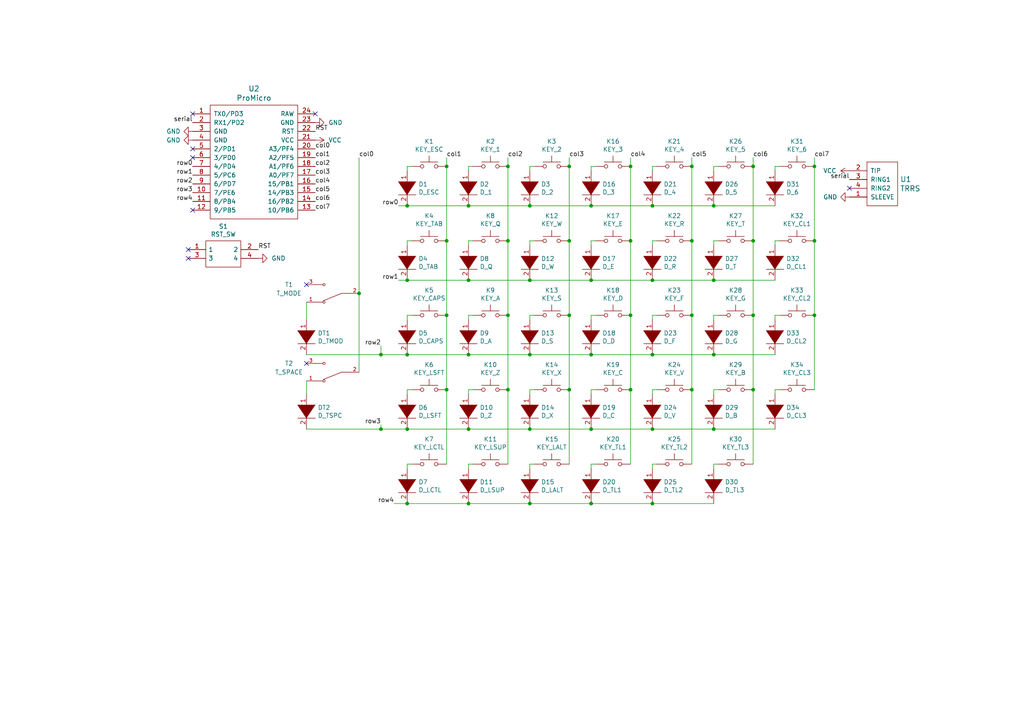
<source format=kicad_sch>
(kicad_sch (version 20211123) (generator eeschema)
  (paper "A4")
  (lib_symbols
    (symbol "Switch:SW_Push" (pin_numbers hide) (pin_names (offset 1.016) hide)
      (property "Reference" "SW" (at 1.27 2.54 0))
      (property "Value" "SW_Push" (at 0 -1.524 0))
      (symbol "SW_Push_0_1"
        (circle (center -2.032 0) (radius 0.508))
        (polyline (pts (xy 0 1.27) (xy 0 3.048)))
        (polyline (pts (xy 2.54 1.27) (xy -2.54 1.27)))
        (circle (center 2.032 0) (radius 0.508))
        (pin passive line (at -5.08 0 0) (length 2.54) (name "1") (number "1"))
        (pin passive line (at 5.08 0 180) (length 2.54) (name "2") (number "2"))
      )
    )
    (symbol "keebio:ProMicro" (pin_names (offset 1.016))
      (property "Reference" "U" (at 0 0 0))
      (property "Value" "ProMicro" (at 0 -19.05 0))
      (symbol "ProMicro_0_1"
        (rectangle (start -12.7 -16.51) (end 12.7 16.51))
      )
      (symbol "ProMicro_1_1"
        (pin input line (at -17.78 13.97 0) (length 5.08) (name "TX0/PD3") (number "1"))
        (pin input line (at -17.78 -8.89 0) (length 5.08) (name "7/PE6") (number "10"))
        (pin input line (at -17.78 -11.43 0) (length 5.08) (name "8/PB4") (number "11"))
        (pin input line (at -17.78 -13.97 0) (length 5.08) (name "9/PB5") (number "12"))
        (pin input line (at 17.78 -13.97 180) (length 5.08) (name "10/PB6") (number "13"))
        (pin input line (at 17.78 -11.43 180) (length 5.08) (name "16/PB2") (number "14"))
        (pin input line (at 17.78 -8.89 180) (length 5.08) (name "14/PB3") (number "15"))
        (pin input line (at 17.78 -6.35 180) (length 5.08) (name "15/PB1") (number "16"))
        (pin input line (at 17.78 -3.81 180) (length 5.08) (name "A0/PF7") (number "17"))
        (pin input line (at 17.78 -1.27 180) (length 5.08) (name "A1/PF6") (number "18"))
        (pin input line (at 17.78 1.27 180) (length 5.08) (name "A2/PF5") (number "19"))
        (pin input line (at -17.78 11.43 0) (length 5.08) (name "RX1/PD2") (number "2"))
        (pin input line (at 17.78 3.81 180) (length 5.08) (name "A3/PF4") (number "20"))
        (pin input line (at 17.78 6.35 180) (length 5.08) (name "VCC") (number "21"))
        (pin input line (at 17.78 8.89 180) (length 5.08) (name "RST") (number "22"))
        (pin input line (at 17.78 11.43 180) (length 5.08) (name "GND") (number "23"))
        (pin input line (at 17.78 13.97 180) (length 5.08) (name "RAW") (number "24"))
        (pin input line (at -17.78 8.89 0) (length 5.08) (name "GND") (number "3"))
        (pin input line (at -17.78 6.35 0) (length 5.08) (name "GND") (number "4"))
        (pin input line (at -17.78 3.81 0) (length 5.08) (name "2/PD1") (number "5"))
        (pin input line (at -17.78 1.27 0) (length 5.08) (name "3/PD0") (number "6"))
        (pin input line (at -17.78 -1.27 0) (length 5.08) (name "4/PD4") (number "7"))
        (pin input line (at -17.78 -3.81 0) (length 5.08) (name "5/PC6") (number "8"))
        (pin input line (at -17.78 -6.35 0) (length 5.08) (name "6/PD7") (number "9"))
      )
    )
    (symbol "keebio:TRRS" (pin_names (offset 1.016))
      (property "Reference" "U" (at 0 15.24 0))
      (property "Value" "TRRS" (at 0 -2.54 0))
      (symbol "TRRS_0_1"
        (rectangle (start -3.81 0) (end -3.81 12.7))
        (rectangle (start -3.81 12.7) (end 5.08 12.7))
        (rectangle (start 5.08 0) (end -3.81 0))
        (rectangle (start 5.08 12.7) (end 5.08 0))
      )
      (symbol "TRRS_1_1"
        (pin input line (at -8.89 2.54 0) (length 5.08) (name "SLEEVE") (number "1"))
        (pin input line (at -8.89 10.16 0) (length 5.08) (name "TIP") (number "2"))
        (pin input line (at -8.89 7.62 0) (length 5.08) (name "RING1") (number "3"))
        (pin input line (at -8.89 5.08 0) (length 5.08) (name "RING2") (number "4"))
      )
    )
    (symbol "mouser:LL3301NF065QG" (pin_names (offset 0.762))
      (property "Reference" "S" (at 16.51 7.62 0))
      (property "Value" "LL3301NF065QG" (at 16.51 5.08 0))
      (symbol "LL3301NF065QG_0_0"
        (pin unspecified line (at 0 0 0) (length 5.08) (name "1") (number "1"))
        (pin unspecified line (at 20.32 0 180) (length 5.08) (name "2") (number "2"))
        (pin unspecified line (at 0 -2.54 0) (length 5.08) (name "3") (number "3"))
        (pin unspecified line (at 20.32 -2.54 180) (length 5.08) (name "4") (number "4"))
      )
      (symbol "LL3301NF065QG_0_1"
        (polyline (pts (xy 5.08 2.54) (xy 15.24 2.54) (xy 15.24 -5.08) (xy 5.08 -5.08) (xy 5.08 2.54)) (stroke (width 0.1524)))
      )
    )
    (symbol "power:GND" (power) (pin_names (offset 0))
      (property "Value" "GND" (at 0 -3.81 0))
      (symbol "GND_0_1"
        (polyline (pts (xy 0 0) (xy 0 -1.27) (xy 1.27 -1.27) (xy 0 -2.54) (xy -1.27 -1.27) (xy 0 -1.27)))
      )
      (symbol "GND_1_1"
        (pin power_in line (at 0 0 270) (length 0) hide (name "GND") (number "1"))
      )
    )
    (symbol "power:VCC" (power) (pin_names (offset 0))
      (property "Value" "VCC" (at 0 3.81 0))
      (symbol "VCC_0_1"
        (polyline (pts (xy -0.762 1.27) (xy 0 2.54)))
        (polyline (pts (xy 0 0) (xy 0 2.54)))
        (polyline (pts (xy 0 2.54) (xy 0.762 1.27)))
      )
      (symbol "VCC_1_1"
        (pin power_in line (at 0 0 90) (length 0) hide (name "VCC") (number "1"))
      )
    )
    (symbol "pspice:DIODE" (pin_names (offset 1.016) hide)
      (property "Reference" "D" (at 0 3.81 0))
      (property "Value" "DIODE" (at 0 -4.445 0))
      (symbol "DIODE_0_1"
        (polyline (pts (xy 1.905 2.54) (xy 1.905 -2.54)))
        (polyline (pts (xy -1.905 2.54) (xy -1.905 -2.54) (xy 1.905 0)) (fill (type outline)))
      )
      (symbol "DIODE_1_1"
        (pin input line (at -5.08 0 0) (length 3.81) (name "K") (number "1"))
        (pin input line (at 5.08 0 180) (length 3.81) (name "A") (number "2"))
      )
    )
    (symbol "toggle:100SP1T2B4M6QE" (pin_names (offset 1.016))
      (property "Reference" "S" (at -5.08 6.35 0))
      (property "Value" "100SP1T2B4M6QE" (at -5.08 -6.096 0))
      (symbol "100SP1T2B4M6QE_0_0"
        (polyline (pts (xy -2.54 0) (xy -5.08 0)) (stroke (width 0.1524)))
        (polyline (pts (xy -2.54 0) (xy 2.794 2.1336)) (stroke (width 0.1524)))
        (polyline (pts (xy 5.08 -2.54) (xy 2.921 -2.54)) (stroke (width 0.1524)))
        (polyline (pts (xy 5.08 2.54) (xy 2.921 2.54)) (stroke (width 0.1524)))
        (circle (center 2.54 -2.54) (radius 0.3302) (stroke (width 0.1524)))
        (circle (center 2.54 2.54) (radius 0.3302) (stroke (width 0.1524)))
        (pin passive line (at 7.62 2.54 180) (length 2.54) (name "~") (number "1"))
        (pin passive line (at -7.62 0 0) (length 2.54) (name "~") (number "2"))
        (pin passive line (at 7.62 -2.54 180) (length 2.54) (name "~") (number "3"))
      )
    )
  )
  (junction (at 182.88 48.26))
  (junction (at 207.01 124.46))
  (junction (at 189.23 81.28))
  (junction (at 129.54 69.85))
  (junction (at 147.32 48.26))
  (junction (at 182.88 113.03))
  (junction (at 200.66 113.03))
  (junction (at 218.44 69.85))
  (junction (at 236.22 91.44))
  (junction (at 118.11 102.87))
  (junction (at 236.22 69.85))
  (junction (at 153.67 146.05))
  (junction (at 171.45 59.69))
  (junction (at 129.54 113.03))
  (junction (at 200.66 69.85))
  (junction (at 207.01 81.28))
  (junction (at 171.45 124.46))
  (junction (at 147.32 91.44))
  (junction (at 153.67 81.28))
  (junction (at 182.88 69.85))
  (junction (at 165.1 91.44))
  (junction (at 200.66 48.26))
  (junction (at 135.89 146.05))
  (junction (at 135.89 124.46))
  (junction (at 110.49 102.87))
  (junction (at 135.89 81.28))
  (junction (at 189.23 146.05))
  (junction (at 147.32 69.85))
  (junction (at 207.01 102.87))
  (junction (at 153.67 124.46))
  (junction (at 147.32 113.03))
  (junction (at 165.1 48.26))
  (junction (at 118.11 124.46))
  (junction (at 165.1 69.85))
  (junction (at 189.23 59.69))
  (junction (at 118.11 59.69))
  (junction (at 104.14 85.09))
  (junction (at 189.23 124.46))
  (junction (at 135.89 59.69))
  (junction (at 171.45 146.05))
  (junction (at 200.66 91.44))
  (junction (at 182.88 91.44))
  (junction (at 218.44 48.26))
  (junction (at 129.54 48.26))
  (junction (at 129.54 91.44))
  (junction (at 135.89 102.87))
  (junction (at 153.67 102.87))
  (junction (at 218.44 91.44))
  (junction (at 171.45 81.28))
  (junction (at 110.49 124.46))
  (junction (at 153.67 59.69))
  (junction (at 236.22 48.26))
  (junction (at 118.11 146.05))
  (junction (at 189.23 102.87))
  (junction (at 165.1 113.03))
  (junction (at 207.01 59.69))
  (junction (at 118.11 81.28))
  (junction (at 218.44 113.03))
  (junction (at 171.45 102.87))
  (no_connect (at 55.88 60.96))
  (no_connect (at 55.88 45.72))
  (no_connect (at 55.88 43.18))
  (no_connect (at 54.61 72.39))
  (no_connect (at 246.38 54.61))
  (no_connect (at 88.9 82.55))
  (no_connect (at 54.61 74.93))
  (no_connect (at 91.44 33.02))
  (no_connect (at 55.88 33.02))
  (no_connect (at 88.9 105.41))
  (wire (pts (xy 207.01 69.85) (xy 207.01 71.12)))
  (wire (pts (xy 208.28 91.44) (xy 207.01 91.44)))
  (wire (pts (xy 118.11 59.69) (xy 115.57 59.69)))
  (wire (pts (xy 154.94 91.44) (xy 153.67 91.44)))
  (wire (pts (xy 182.88 113.03) (xy 182.88 134.62)))
  (wire (pts (xy 110.49 102.87) (xy 118.11 102.87)))
  (wire (pts (xy 182.88 91.44) (xy 182.88 113.03)))
  (wire (pts (xy 153.67 91.44) (xy 153.67 92.71)))
  (wire (pts (xy 129.54 69.85) (xy 129.54 91.44)))
  (wire (pts (xy 137.16 134.62) (xy 135.89 134.62)))
  (wire (pts (xy 88.9 124.46) (xy 110.49 124.46)))
  (wire (pts (xy 137.16 91.44) (xy 135.89 91.44)))
  (wire (pts (xy 129.54 113.03) (xy 129.54 134.62)))
  (wire (pts (xy 147.32 48.26) (xy 147.32 45.72)))
  (wire (pts (xy 118.11 81.28) (xy 115.57 81.28)))
  (wire (pts (xy 236.22 48.26) (xy 236.22 45.72)))
  (wire (pts (xy 226.06 91.44) (xy 224.79 91.44)))
  (wire (pts (xy 135.89 113.03) (xy 135.89 114.3)))
  (wire (pts (xy 189.23 91.44) (xy 189.23 92.71)))
  (wire (pts (xy 208.28 113.03) (xy 207.01 113.03)))
  (wire (pts (xy 154.94 69.85) (xy 153.67 69.85)))
  (wire (pts (xy 171.45 81.28) (xy 189.23 81.28)))
  (wire (pts (xy 153.67 146.05) (xy 171.45 146.05)))
  (wire (pts (xy 135.89 134.62) (xy 135.89 135.89)))
  (wire (pts (xy 200.66 48.26) (xy 200.66 69.85)))
  (wire (pts (xy 171.45 69.85) (xy 171.45 71.12)))
  (wire (pts (xy 200.66 69.85) (xy 200.66 91.44)))
  (wire (pts (xy 218.44 91.44) (xy 218.44 113.03)))
  (wire (pts (xy 137.16 48.26) (xy 135.89 48.26)))
  (wire (pts (xy 110.49 124.46) (xy 118.11 124.46)))
  (wire (pts (xy 182.88 48.26) (xy 182.88 45.72)))
  (wire (pts (xy 189.23 69.85) (xy 189.23 71.12)))
  (wire (pts (xy 135.89 91.44) (xy 135.89 92.71)))
  (wire (pts (xy 137.16 113.03) (xy 135.89 113.03)))
  (wire (pts (xy 207.01 146.05) (xy 189.23 146.05)))
  (wire (pts (xy 153.67 59.69) (xy 135.89 59.69)))
  (wire (pts (xy 118.11 134.62) (xy 118.11 135.89)))
  (wire (pts (xy 189.23 113.03) (xy 189.23 114.3)))
  (wire (pts (xy 207.01 91.44) (xy 207.01 92.71)))
  (wire (pts (xy 114.3 146.05) (xy 118.11 146.05)))
  (wire (pts (xy 200.66 113.03) (xy 200.66 134.62)))
  (wire (pts (xy 153.67 102.87) (xy 135.89 102.87)))
  (wire (pts (xy 207.01 102.87) (xy 189.23 102.87)))
  (wire (pts (xy 172.72 69.85) (xy 171.45 69.85)))
  (wire (pts (xy 110.49 123.19) (xy 110.49 124.46)))
  (wire (pts (xy 207.01 81.28) (xy 189.23 81.28)))
  (wire (pts (xy 224.79 91.44) (xy 224.79 92.71)))
  (wire (pts (xy 135.89 48.26) (xy 135.89 49.53)))
  (wire (pts (xy 218.44 113.03) (xy 218.44 134.62)))
  (wire (pts (xy 153.67 134.62) (xy 153.67 135.89)))
  (wire (pts (xy 165.1 48.26) (xy 165.1 45.72)))
  (wire (pts (xy 153.67 81.28) (xy 135.89 81.28)))
  (wire (pts (xy 129.54 48.26) (xy 129.54 45.72)))
  (wire (pts (xy 236.22 91.44) (xy 236.22 113.03)))
  (wire (pts (xy 226.06 113.03) (xy 224.79 113.03)))
  (wire (pts (xy 207.01 113.03) (xy 207.01 114.3)))
  (wire (pts (xy 190.5 134.62) (xy 189.23 134.62)))
  (wire (pts (xy 154.94 134.62) (xy 153.67 134.62)))
  (wire (pts (xy 110.49 100.33) (xy 110.49 102.87)))
  (wire (pts (xy 135.89 69.85) (xy 135.89 71.12)))
  (wire (pts (xy 207.01 124.46) (xy 189.23 124.46)))
  (wire (pts (xy 88.9 87.63) (xy 88.9 92.71)))
  (wire (pts (xy 165.1 69.85) (xy 165.1 91.44)))
  (wire (pts (xy 137.16 69.85) (xy 135.89 69.85)))
  (wire (pts (xy 172.72 134.62) (xy 171.45 134.62)))
  (wire (pts (xy 129.54 91.44) (xy 129.54 113.03)))
  (wire (pts (xy 118.11 48.26) (xy 118.11 49.53)))
  (wire (pts (xy 208.28 134.62) (xy 207.01 134.62)))
  (wire (pts (xy 171.45 113.03) (xy 171.45 114.3)))
  (wire (pts (xy 118.11 81.28) (xy 135.89 81.28)))
  (wire (pts (xy 189.23 48.26) (xy 189.23 49.53)))
  (wire (pts (xy 224.79 48.26) (xy 224.79 49.53)))
  (wire (pts (xy 207.01 102.87) (xy 224.79 102.87)))
  (wire (pts (xy 154.94 113.03) (xy 153.67 113.03)))
  (wire (pts (xy 172.72 91.44) (xy 171.45 91.44)))
  (wire (pts (xy 224.79 69.85) (xy 224.79 71.12)))
  (wire (pts (xy 226.06 48.26) (xy 224.79 48.26)))
  (wire (pts (xy 165.1 91.44) (xy 165.1 113.03)))
  (wire (pts (xy 171.45 146.05) (xy 189.23 146.05)))
  (wire (pts (xy 236.22 69.85) (xy 236.22 91.44)))
  (wire (pts (xy 88.9 110.49) (xy 88.9 114.3)))
  (wire (pts (xy 218.44 69.85) (xy 218.44 91.44)))
  (wire (pts (xy 153.67 113.03) (xy 153.67 114.3)))
  (wire (pts (xy 153.67 69.85) (xy 153.67 71.12)))
  (wire (pts (xy 207.01 124.46) (xy 224.79 124.46)))
  (wire (pts (xy 200.66 48.26) (xy 200.66 45.72)))
  (wire (pts (xy 171.45 134.62) (xy 171.45 135.89)))
  (wire (pts (xy 153.67 146.05) (xy 135.89 146.05)))
  (wire (pts (xy 147.32 113.03) (xy 147.32 134.62)))
  (wire (pts (xy 182.88 48.26) (xy 182.88 69.85)))
  (wire (pts (xy 119.38 134.62) (xy 118.11 134.62)))
  (wire (pts (xy 236.22 48.26) (xy 236.22 69.85)))
  (wire (pts (xy 190.5 113.03) (xy 189.23 113.03)))
  (wire (pts (xy 118.11 124.46) (xy 135.89 124.46)))
  (wire (pts (xy 119.38 91.44) (xy 118.11 91.44)))
  (wire (pts (xy 153.67 48.26) (xy 153.67 49.53)))
  (wire (pts (xy 172.72 48.26) (xy 171.45 48.26)))
  (wire (pts (xy 165.1 48.26) (xy 165.1 69.85)))
  (wire (pts (xy 165.1 113.03) (xy 165.1 134.62)))
  (wire (pts (xy 154.94 48.26) (xy 153.67 48.26)))
  (wire (pts (xy 171.45 102.87) (xy 189.23 102.87)))
  (wire (pts (xy 182.88 69.85) (xy 182.88 91.44)))
  (wire (pts (xy 224.79 113.03) (xy 224.79 114.3)))
  (wire (pts (xy 129.54 48.26) (xy 129.54 69.85)))
  (wire (pts (xy 218.44 48.26) (xy 218.44 69.85)))
  (wire (pts (xy 147.32 91.44) (xy 147.32 113.03)))
  (wire (pts (xy 153.67 59.69) (xy 171.45 59.69)))
  (wire (pts (xy 218.44 48.26) (xy 218.44 45.72)))
  (wire (pts (xy 147.32 48.26) (xy 147.32 69.85)))
  (wire (pts (xy 200.66 91.44) (xy 200.66 113.03)))
  (wire (pts (xy 118.11 102.87) (xy 135.89 102.87)))
  (wire (pts (xy 207.01 134.62) (xy 207.01 135.89)))
  (wire (pts (xy 172.72 113.03) (xy 171.45 113.03)))
  (wire (pts (xy 208.28 69.85) (xy 207.01 69.85)))
  (wire (pts (xy 171.45 124.46) (xy 189.23 124.46)))
  (wire (pts (xy 119.38 48.26) (xy 118.11 48.26)))
  (wire (pts (xy 119.38 113.03) (xy 118.11 113.03)))
  (wire (pts (xy 104.14 45.72) (xy 104.14 85.09)))
  (wire (pts (xy 207.01 59.69) (xy 224.79 59.69)))
  (wire (pts (xy 153.67 124.46) (xy 171.45 124.46)))
  (wire (pts (xy 207.01 48.26) (xy 207.01 49.53)))
  (wire (pts (xy 226.06 69.85) (xy 224.79 69.85)))
  (wire (pts (xy 119.38 69.85) (xy 118.11 69.85)))
  (wire (pts (xy 153.67 102.87) (xy 171.45 102.87)))
  (wire (pts (xy 88.9 102.87) (xy 110.49 102.87)))
  (wire (pts (xy 118.11 113.03) (xy 118.11 114.3)))
  (wire (pts (xy 171.45 59.69) (xy 189.23 59.69)))
  (wire (pts (xy 118.11 69.85) (xy 118.11 71.12)))
  (wire (pts (xy 207.01 81.28) (xy 224.79 81.28)))
  (wire (pts (xy 208.28 48.26) (xy 207.01 48.26)))
  (wire (pts (xy 207.01 59.69) (xy 189.23 59.69)))
  (wire (pts (xy 118.11 59.69) (xy 135.89 59.69)))
  (wire (pts (xy 118.11 91.44) (xy 118.11 92.71)))
  (wire (pts (xy 153.67 124.46) (xy 135.89 124.46)))
  (wire (pts (xy 153.67 81.28) (xy 171.45 81.28)))
  (wire (pts (xy 189.23 134.62) (xy 189.23 135.89)))
  (wire (pts (xy 147.32 69.85) (xy 147.32 91.44)))
  (wire (pts (xy 171.45 91.44) (xy 171.45 92.71)))
  (wire (pts (xy 104.14 85.09) (xy 104.14 107.95)))
  (wire (pts (xy 118.11 146.05) (xy 135.89 146.05)))
  (wire (pts (xy 190.5 48.26) (xy 189.23 48.26)))
  (wire (pts (xy 190.5 69.85) (xy 189.23 69.85)))
  (wire (pts (xy 190.5 91.44) (xy 189.23 91.44)))
  (wire (pts (xy 171.45 48.26) (xy 171.45 49.53)))
  (label "row0" (at 115.57 59.69 180))
  (label "row1" (at 55.88 50.8 180))
  (label "col6" (at 218.44 45.72 0))
  (label "col4" (at 182.88 45.72 0))
  (label "col7" (at 91.44 60.96 0))
  (label "col2" (at 91.44 48.26 0))
  (label "col3" (at 165.1 45.72 0))
  (label "RST" (at 74.93 72.39 0))
  (label "col4" (at 91.44 53.34 0))
  (label "row2" (at 110.49 100.33 180))
  (label "row2" (at 55.88 53.34 180))
  (label "row4" (at 55.88 58.42 180))
  (label "col1" (at 129.54 45.72 0))
  (label "row3" (at 55.88 55.88 180))
  (label "serial" (at 55.88 35.56 180))
  (label "row0" (at 55.88 48.26 180))
  (label "col5" (at 91.44 55.88 0))
  (label "col1" (at 91.44 45.72 0))
  (label "row1" (at 115.57 81.28 180))
  (label "col6" (at 91.44 58.42 0))
  (label "col5" (at 200.66 45.72 0))
  (label "col0" (at 91.44 43.18 0))
  (label "RST" (at 91.44 38.1 0))
  (label "col0" (at 104.14 45.72 0))
  (label "serial" (at 246.38 52.07 180))
  (label "col7" (at 236.22 45.72 0))
  (label "col2" (at 147.32 45.72 0))
  (label "col3" (at 91.44 50.8 0))
  (label "row3" (at 110.49 123.19 180))
  (label "row4" (at 114.3 146.05 180))
  (symbol (lib_id "Switch:SW_Push") (at 124.46 48.26 0) (unit 1)
    (property "Reference" "K1" (at 124.46 41.021 0))
    (property "Value" "KEY_ESC" (at 124.46 43.3324 0))
    (property "Footprint" "keebs:Mx_Alps_100" (effects hide))
  )
  (symbol (lib_id "pspice:DIODE") (at 118.11 54.61 270) (unit 1)
    (property "Reference" "D1" (at 121.3612 53.4416 90) (effects (justify left)))
    (property "Value" "D_ESC" (at 121.3612 55.753 90) (effects (justify left)))
    (property "Footprint" "keyboard_parts:D_SOD123_axial" (effects hide))
  )
  (symbol (lib_id "Switch:SW_Push") (at 142.24 48.26 0) (unit 1)
    (property "Reference" "K2" (at 142.24 41.021 0))
    (property "Value" "KEY_1" (at 142.24 43.3324 0))
    (property "Footprint" "keebs:Mx_Alps_100" (effects hide))
  )
  (symbol (lib_id "pspice:DIODE") (at 135.89 54.61 270) (unit 1)
    (property "Reference" "D2" (at 139.1412 53.4416 90) (effects (justify left)))
    (property "Value" "D_1" (at 139.1412 55.753 90) (effects (justify left)))
    (property "Footprint" "keyboard_parts:D_SOD123_axial" (effects hide))
  )
  (symbol (lib_id "Switch:SW_Push") (at 160.02 48.26 0) (unit 1)
    (property "Reference" "K3" (at 160.02 41.021 0))
    (property "Value" "KEY_2" (at 160.02 43.3324 0))
    (property "Footprint" "keebs:Mx_Alps_100" (effects hide))
  )
  (symbol (lib_id "pspice:DIODE") (at 153.67 54.61 270) (unit 1)
    (property "Reference" "D3" (at 156.9212 53.4416 90) (effects (justify left)))
    (property "Value" "D_2" (at 156.9212 55.753 90) (effects (justify left)))
    (property "Footprint" "keyboard_parts:D_SOD123_axial" (effects hide))
  )
  (symbol (lib_id "Switch:SW_Push") (at 124.46 69.85 0) (unit 1)
    (property "Reference" "K4" (at 124.46 62.611 0))
    (property "Value" "KEY_TAB" (at 124.46 64.9224 0))
    (property "Footprint" "keebs:Mx_Alps_150" (effects hide))
  )
  (symbol (lib_id "pspice:DIODE") (at 118.11 76.2 270) (unit 1)
    (property "Reference" "D4" (at 121.3612 75.0316 90) (effects (justify left)))
    (property "Value" "D_TAB" (at 121.3612 77.343 90) (effects (justify left)))
    (property "Footprint" "keyboard_parts:D_SOD123_axial" (effects hide))
  )
  (symbol (lib_id "Switch:SW_Push") (at 142.24 69.85 0) (unit 1)
    (property "Reference" "K8" (at 142.24 62.611 0))
    (property "Value" "KEY_Q" (at 142.24 64.9224 0))
    (property "Footprint" "keebs:Mx_Alps_100" (effects hide))
  )
  (symbol (lib_id "pspice:DIODE") (at 135.89 76.2 270) (unit 1)
    (property "Reference" "D8" (at 139.1412 75.0316 90) (effects (justify left)))
    (property "Value" "D_Q" (at 139.1412 77.343 90) (effects (justify left)))
    (property "Footprint" "keyboard_parts:D_SOD123_axial" (effects hide))
  )
  (symbol (lib_id "Switch:SW_Push") (at 160.02 69.85 0) (unit 1)
    (property "Reference" "K12" (at 160.02 62.611 0))
    (property "Value" "KEY_W" (at 160.02 64.9224 0))
    (property "Footprint" "keebs:Mx_Alps_100" (effects hide))
  )
  (symbol (lib_id "pspice:DIODE") (at 153.67 76.2 270) (unit 1)
    (property "Reference" "D12" (at 156.9212 75.0316 90) (effects (justify left)))
    (property "Value" "D_W" (at 156.9212 77.343 90) (effects (justify left)))
    (property "Footprint" "keyboard_parts:D_SOD123_axial" (effects hide))
  )
  (symbol (lib_id "Switch:SW_Push") (at 177.8 48.26 0) (unit 1)
    (property "Reference" "K16" (at 177.8 41.021 0))
    (property "Value" "KEY_3" (at 177.8 43.3324 0))
    (property "Footprint" "keebs:Mx_Alps_100" (effects hide))
  )
  (symbol (lib_id "pspice:DIODE") (at 171.45 54.61 270) (unit 1)
    (property "Reference" "D16" (at 174.7012 53.4416 90) (effects (justify left)))
    (property "Value" "D_3" (at 174.7012 55.753 90) (effects (justify left)))
    (property "Footprint" "keyboard_parts:D_SOD123_axial" (effects hide))
  )
  (symbol (lib_id "Switch:SW_Push") (at 195.58 48.26 0) (unit 1)
    (property "Reference" "K21" (at 195.58 41.021 0))
    (property "Value" "KEY_4" (at 195.58 43.3324 0))
    (property "Footprint" "keebs:Mx_Alps_100" (effects hide))
  )
  (symbol (lib_id "pspice:DIODE") (at 189.23 54.61 270) (unit 1)
    (property "Reference" "D21" (at 192.4812 53.4416 90) (effects (justify left)))
    (property "Value" "D_4" (at 192.4812 55.753 90) (effects (justify left)))
    (property "Footprint" "keyboard_parts:D_SOD123_axial" (effects hide))
  )
  (symbol (lib_id "Switch:SW_Push") (at 213.36 48.26 0) (unit 1)
    (property "Reference" "K26" (at 213.36 41.021 0))
    (property "Value" "KEY_5" (at 213.36 43.3324 0))
    (property "Footprint" "keebs:Mx_Alps_100" (effects hide))
  )
  (symbol (lib_id "pspice:DIODE") (at 207.01 54.61 270) (unit 1)
    (property "Reference" "D26" (at 210.2612 53.4416 90) (effects (justify left)))
    (property "Value" "D_5" (at 210.2612 55.753 90) (effects (justify left)))
    (property "Footprint" "keyboard_parts:D_SOD123_axial" (effects hide))
  )
  (symbol (lib_id "Switch:SW_Push") (at 177.8 69.85 0) (unit 1)
    (property "Reference" "K17" (at 177.8 62.611 0))
    (property "Value" "KEY_E" (at 177.8 64.9224 0))
    (property "Footprint" "keebs:Mx_Alps_100" (effects hide))
  )
  (symbol (lib_id "pspice:DIODE") (at 171.45 76.2 270) (unit 1)
    (property "Reference" "D17" (at 174.7012 75.0316 90) (effects (justify left)))
    (property "Value" "D_E" (at 174.7012 77.343 90) (effects (justify left)))
    (property "Footprint" "keyboard_parts:D_SOD123_axial" (effects hide))
  )
  (symbol (lib_id "Switch:SW_Push") (at 195.58 69.85 0) (unit 1)
    (property "Reference" "K22" (at 195.58 62.611 0))
    (property "Value" "KEY_R" (at 195.58 64.9224 0))
    (property "Footprint" "keebs:Mx_Alps_100" (effects hide))
  )
  (symbol (lib_id "pspice:DIODE") (at 189.23 76.2 270) (unit 1)
    (property "Reference" "D22" (at 192.4812 75.0316 90) (effects (justify left)))
    (property "Value" "D_R" (at 192.4812 77.343 90) (effects (justify left)))
    (property "Footprint" "keyboard_parts:D_SOD123_axial" (effects hide))
  )
  (symbol (lib_id "Switch:SW_Push") (at 213.36 69.85 0) (unit 1)
    (property "Reference" "K27" (at 213.36 62.611 0))
    (property "Value" "KEY_T" (at 213.36 64.9224 0))
    (property "Footprint" "keebs:Mx_Alps_100" (effects hide))
  )
  (symbol (lib_id "pspice:DIODE") (at 207.01 76.2 270) (unit 1)
    (property "Reference" "D27" (at 210.2612 75.0316 90) (effects (justify left)))
    (property "Value" "D_T" (at 210.2612 77.343 90) (effects (justify left)))
    (property "Footprint" "keyboard_parts:D_SOD123_axial" (effects hide))
  )
  (symbol (lib_id "Switch:SW_Push") (at 231.14 48.26 0) (unit 1)
    (property "Reference" "K31" (at 231.14 41.021 0))
    (property "Value" "KEY_6" (at 231.14 43.3324 0))
    (property "Footprint" "keebs:Mx_Alps_100" (effects hide))
  )
  (symbol (lib_id "pspice:DIODE") (at 224.79 54.61 270) (unit 1)
    (property "Reference" "D31" (at 228.0412 53.4416 90) (effects (justify left)))
    (property "Value" "D_6" (at 228.0412 55.753 90) (effects (justify left)))
    (property "Footprint" "keyboard_parts:D_SOD123_axial" (effects hide))
  )
  (symbol (lib_id "Switch:SW_Push") (at 231.14 69.85 0) (unit 1)
    (property "Reference" "K32" (at 231.14 62.611 0))
    (property "Value" "KEY_CL1" (at 231.14 64.9224 0))
    (property "Footprint" "keebs:Mx_Alps_100" (effects hide))
  )
  (symbol (lib_id "pspice:DIODE") (at 224.79 76.2 270) (unit 1)
    (property "Reference" "D32" (at 228.0412 75.0316 90) (effects (justify left)))
    (property "Value" "D_CL1" (at 228.0412 77.343 90) (effects (justify left)))
    (property "Footprint" "keyboard_parts:D_SOD123_axial" (effects hide))
  )
  (symbol (lib_id "Switch:SW_Push") (at 124.46 91.44 0) (unit 1)
    (property "Reference" "K5" (at 124.46 84.201 0))
    (property "Value" "KEY_CAPS" (at 124.46 86.5124 0))
    (property "Footprint" "keebs:Mx_Alps_175" (effects hide))
  )
  (symbol (lib_id "pspice:DIODE") (at 118.11 97.79 270) (unit 1)
    (property "Reference" "D5" (at 121.3612 96.6216 90) (effects (justify left)))
    (property "Value" "D_CAPS" (at 121.3612 98.933 90) (effects (justify left)))
    (property "Footprint" "keyboard_parts:D_SOD123_axial" (effects hide))
  )
  (symbol (lib_id "Switch:SW_Push") (at 142.24 91.44 0) (unit 1)
    (property "Reference" "K9" (at 142.24 84.201 0))
    (property "Value" "KEY_A" (at 142.24 86.5124 0))
    (property "Footprint" "keebs:Mx_Alps_100" (effects hide))
  )
  (symbol (lib_id "pspice:DIODE") (at 135.89 97.79 270) (unit 1)
    (property "Reference" "D9" (at 139.1412 96.6216 90) (effects (justify left)))
    (property "Value" "D_A" (at 139.1412 98.933 90) (effects (justify left)))
    (property "Footprint" "keyboard_parts:D_SOD123_axial" (effects hide))
  )
  (symbol (lib_id "Switch:SW_Push") (at 160.02 91.44 0) (unit 1)
    (property "Reference" "K13" (at 160.02 84.201 0))
    (property "Value" "KEY_S" (at 160.02 86.5124 0))
    (property "Footprint" "keebs:Mx_Alps_100" (effects hide))
  )
  (symbol (lib_id "pspice:DIODE") (at 153.67 97.79 270) (unit 1)
    (property "Reference" "D13" (at 156.9212 96.6216 90) (effects (justify left)))
    (property "Value" "D_S" (at 156.9212 98.933 90) (effects (justify left)))
    (property "Footprint" "keyboard_parts:D_SOD123_axial" (effects hide))
  )
  (symbol (lib_id "Switch:SW_Push") (at 177.8 91.44 0) (unit 1)
    (property "Reference" "K18" (at 177.8 84.201 0))
    (property "Value" "KEY_D" (at 177.8 86.5124 0))
    (property "Footprint" "keebs:Mx_Alps_100" (effects hide))
  )
  (symbol (lib_id "pspice:DIODE") (at 171.45 97.79 270) (unit 1)
    (property "Reference" "D18" (at 174.7012 96.6216 90) (effects (justify left)))
    (property "Value" "D_D" (at 174.7012 98.933 90) (effects (justify left)))
    (property "Footprint" "keyboard_parts:D_SOD123_axial" (effects hide))
  )
  (symbol (lib_id "Switch:SW_Push") (at 195.58 91.44 0) (unit 1)
    (property "Reference" "K23" (at 195.58 84.201 0))
    (property "Value" "KEY_F" (at 195.58 86.5124 0))
    (property "Footprint" "keebs:Mx_Alps_100" (effects hide))
  )
  (symbol (lib_id "pspice:DIODE") (at 189.23 97.79 270) (unit 1)
    (property "Reference" "D23" (at 192.4812 96.6216 90) (effects (justify left)))
    (property "Value" "D_F" (at 192.4812 98.933 90) (effects (justify left)))
    (property "Footprint" "keyboard_parts:D_SOD123_axial" (effects hide))
  )
  (symbol (lib_id "Switch:SW_Push") (at 213.36 91.44 0) (unit 1)
    (property "Reference" "K28" (at 213.36 84.201 0))
    (property "Value" "KEY_G" (at 213.36 86.5124 0))
    (property "Footprint" "keebs:Mx_Alps_100" (effects hide))
  )
  (symbol (lib_id "pspice:DIODE") (at 207.01 97.79 270) (unit 1)
    (property "Reference" "D28" (at 210.2612 96.6216 90) (effects (justify left)))
    (property "Value" "D_G" (at 210.2612 98.933 90) (effects (justify left)))
    (property "Footprint" "keyboard_parts:D_SOD123_axial" (effects hide))
  )
  (symbol (lib_id "Switch:SW_Push") (at 231.14 91.44 0) (unit 1)
    (property "Reference" "K33" (at 231.14 84.201 0))
    (property "Value" "KEY_CL2" (at 231.14 86.5124 0))
    (property "Footprint" "keebs:Mx_Alps_100" (effects hide))
  )
  (symbol (lib_id "pspice:DIODE") (at 224.79 97.79 270) (unit 1)
    (property "Reference" "D33" (at 228.0412 96.6216 90) (effects (justify left)))
    (property "Value" "D_CL2" (at 228.0412 98.933 90) (effects (justify left)))
    (property "Footprint" "keyboard_parts:D_SOD123_axial" (effects hide))
  )
  (symbol (lib_id "Switch:SW_Push") (at 124.46 113.03 0) (unit 1)
    (property "Reference" "K6" (at 124.46 105.791 0))
    (property "Value" "KEY_LSFT" (at 124.46 108.1024 0))
    (property "Footprint" "keebs:Mx_Alps_225" (effects hide))
  )
  (symbol (lib_id "pspice:DIODE") (at 118.11 119.38 270) (unit 1)
    (property "Reference" "D6" (at 121.3612 118.2116 90) (effects (justify left)))
    (property "Value" "D_LSFT" (at 121.3612 120.523 90) (effects (justify left)))
    (property "Footprint" "keyboard_parts:D_SOD123_axial" (effects hide))
  )
  (symbol (lib_id "Switch:SW_Push") (at 142.24 113.03 0) (unit 1)
    (property "Reference" "K10" (at 142.24 105.791 0))
    (property "Value" "KEY_Z" (at 142.24 108.1024 0))
    (property "Footprint" "keebs:Mx_Alps_100" (effects hide))
  )
  (symbol (lib_id "pspice:DIODE") (at 135.89 119.38 270) (unit 1)
    (property "Reference" "D10" (at 139.1412 118.2116 90) (effects (justify left)))
    (property "Value" "D_Z" (at 139.1412 120.523 90) (effects (justify left)))
    (property "Footprint" "keyboard_parts:D_SOD123_axial" (effects hide))
  )
  (symbol (lib_id "Switch:SW_Push") (at 160.02 113.03 0) (unit 1)
    (property "Reference" "K14" (at 160.02 105.791 0))
    (property "Value" "KEY_X" (at 160.02 108.1024 0))
    (property "Footprint" "keebs:Mx_Alps_100" (effects hide))
  )
  (symbol (lib_id "pspice:DIODE") (at 153.67 119.38 270) (unit 1)
    (property "Reference" "D14" (at 156.9212 118.2116 90) (effects (justify left)))
    (property "Value" "D_X" (at 156.9212 120.523 90) (effects (justify left)))
    (property "Footprint" "keyboard_parts:D_SOD123_axial" (effects hide))
  )
  (symbol (lib_id "Switch:SW_Push") (at 177.8 113.03 0) (unit 1)
    (property "Reference" "K19" (at 177.8 105.791 0))
    (property "Value" "KEY_C" (at 177.8 108.1024 0))
    (property "Footprint" "keebs:Mx_Alps_100" (effects hide))
  )
  (symbol (lib_id "pspice:DIODE") (at 171.45 119.38 270) (unit 1)
    (property "Reference" "D19" (at 174.7012 118.2116 90) (effects (justify left)))
    (property "Value" "D_C" (at 174.7012 120.523 90) (effects (justify left)))
    (property "Footprint" "keyboard_parts:D_SOD123_axial" (effects hide))
  )
  (symbol (lib_id "Switch:SW_Push") (at 195.58 113.03 0) (unit 1)
    (property "Reference" "K24" (at 195.58 105.791 0))
    (property "Value" "KEY_V" (at 195.58 108.1024 0))
    (property "Footprint" "keebs:Mx_Alps_100" (effects hide))
  )
  (symbol (lib_id "pspice:DIODE") (at 189.23 119.38 270) (unit 1)
    (property "Reference" "D24" (at 192.4812 118.2116 90) (effects (justify left)))
    (property "Value" "D_V" (at 192.4812 120.523 90) (effects (justify left)))
    (property "Footprint" "keyboard_parts:D_SOD123_axial" (effects hide))
  )
  (symbol (lib_id "Switch:SW_Push") (at 213.36 113.03 0) (unit 1)
    (property "Reference" "K29" (at 213.36 105.791 0))
    (property "Value" "KEY_B" (at 213.36 108.1024 0))
    (property "Footprint" "keebs:Mx_Alps_100" (effects hide))
  )
  (symbol (lib_id "pspice:DIODE") (at 207.01 119.38 270) (unit 1)
    (property "Reference" "D29" (at 210.2612 118.2116 90) (effects (justify left)))
    (property "Value" "D_B" (at 210.2612 120.523 90) (effects (justify left)))
    (property "Footprint" "keyboard_parts:D_SOD123_axial" (effects hide))
  )
  (symbol (lib_id "Switch:SW_Push") (at 231.14 113.03 0) (unit 1)
    (property "Reference" "K34" (at 231.14 105.791 0))
    (property "Value" "KEY_CL3" (at 231.14 108.1024 0))
    (property "Footprint" "keebs:Mx_Alps_100" (effects hide))
  )
  (symbol (lib_id "pspice:DIODE") (at 224.79 119.38 270) (unit 1)
    (property "Reference" "D34" (at 228.0412 118.2116 90) (effects (justify left)))
    (property "Value" "D_CL3" (at 228.0412 120.523 90) (effects (justify left)))
    (property "Footprint" "keyboard_parts:D_SOD123_axial" (effects hide))
  )
  (symbol (lib_id "Switch:SW_Push") (at 124.46 134.62 0) (unit 1)
    (property "Reference" "K7" (at 124.46 127.381 0))
    (property "Value" "KEY_LCTL" (at 124.46 129.6924 0))
    (property "Footprint" "keebs:Mx_Alps_125" (effects hide))
  )
  (symbol (lib_id "pspice:DIODE") (at 118.11 140.97 270) (unit 1)
    (property "Reference" "D7" (at 121.3612 139.8016 90) (effects (justify left)))
    (property "Value" "D_LCTL" (at 121.3612 142.113 90) (effects (justify left)))
    (property "Footprint" "keyboard_parts:D_SOD123_axial" (effects hide))
  )
  (symbol (lib_id "Switch:SW_Push") (at 142.24 134.62 0) (unit 1)
    (property "Reference" "K11" (at 142.24 127.381 0))
    (property "Value" "KEY_LSUP" (at 142.24 129.6924 0))
    (property "Footprint" "keebs:Mx_Alps_125" (effects hide))
  )
  (symbol (lib_id "pspice:DIODE") (at 135.89 140.97 270) (unit 1)
    (property "Reference" "D11" (at 139.1412 139.8016 90) (effects (justify left)))
    (property "Value" "D_LSUP" (at 139.1412 142.113 90) (effects (justify left)))
    (property "Footprint" "keyboard_parts:D_SOD123_axial" (effects hide))
  )
  (symbol (lib_id "Switch:SW_Push") (at 160.02 134.62 0) (unit 1)
    (property "Reference" "K15" (at 160.02 127.381 0))
    (property "Value" "KEY_LALT" (at 160.02 129.6924 0))
    (property "Footprint" "keebs:Mx_Alps_125" (effects hide))
  )
  (symbol (lib_id "pspice:DIODE") (at 153.67 140.97 270) (unit 1)
    (property "Reference" "D15" (at 156.9212 139.8016 90) (effects (justify left)))
    (property "Value" "D_LALT" (at 156.9212 142.113 90) (effects (justify left)))
    (property "Footprint" "keyboard_parts:D_SOD123_axial" (effects hide))
  )
  (symbol (lib_id "Switch:SW_Push") (at 177.8 134.62 0) (unit 1)
    (property "Reference" "K20" (at 177.8 127.381 0))
    (property "Value" "KEY_TL1" (at 177.8 129.6924 0))
    (property "Footprint" "keebs:Mx_Alps_125" (effects hide))
  )
  (symbol (lib_id "pspice:DIODE") (at 171.45 140.97 270) (unit 1)
    (property "Reference" "D20" (at 174.7012 139.8016 90) (effects (justify left)))
    (property "Value" "D_TL1" (at 174.7012 142.113 90) (effects (justify left)))
    (property "Footprint" "keyboard_parts:D_SOD123_axial" (effects hide))
  )
  (symbol (lib_id "Switch:SW_Push") (at 195.58 134.62 0) (unit 1)
    (property "Reference" "K25" (at 195.58 127.381 0))
    (property "Value" "KEY_TL2" (at 195.58 129.6924 0))
    (property "Footprint" "keebs:Mx_Alps_125" (effects hide))
  )
  (symbol (lib_id "pspice:DIODE") (at 189.23 140.97 270) (unit 1)
    (property "Reference" "D25" (at 192.4812 139.8016 90) (effects (justify left)))
    (property "Value" "D_TL2" (at 192.4812 142.113 90) (effects (justify left)))
    (property "Footprint" "keyboard_parts:D_SOD123_axial" (effects hide))
  )
  (symbol (lib_id "Switch:SW_Push") (at 213.36 134.62 0) (unit 1)
    (property "Reference" "K30" (at 213.36 127.381 0))
    (property "Value" "KEY_TL3" (at 213.36 129.6924 0))
    (property "Footprint" "keebs:Mx_Alps_125" (effects hide))
  )
  (symbol (lib_id "pspice:DIODE") (at 207.01 140.97 270) (unit 1)
    (property "Reference" "D30" (at 210.2612 139.8016 90) (effects (justify left)))
    (property "Value" "D_TL3" (at 210.2612 142.113 90) (effects (justify left)))
    (property "Footprint" "keyboard_parts:D_SOD123_axial" (effects hide))
  )
  (symbol (lib_id "keebio:TRRS") (at 255.27 59.69 0) (unit 1)
    (property "Reference" "U1" (at 261.0612 51.9938 0) (effects (font (size 1.524 1.524)) (justify left)))
    (property "Value" "TRRS" (at 261.0612 54.6862 0) (effects (font (size 1.524 1.524)) (justify left)))
    (property "Footprint" "keebio:TRRS-PJ-320A" (effects hide))
  )
  (symbol (lib_id "keebio:ProMicro") (at 73.66 46.99 0) (unit 1)
    (property "Reference" "U2" (at 73.66 25.7302 0) (effects (font (size 1.524 1.524))))
    (property "Value" "ProMicro" (at 73.66 28.4226 0) (effects (font (size 1.524 1.524))))
    (property "Footprint" "keebio:ArduinoProMicro" (effects hide))
  )
  (symbol (lib_id "mouser:LL3301NF065QG") (at 54.61 72.39 0) (unit 1)
    (property "Reference" "S1" (at 64.77 65.659 0))
    (property "Value" "RST_SW" (at 64.77 67.9704 0))
    (property "Footprint" "mouser:LL3301NF065QG" (effects hide))
    (property "Datasheet" "http://spec_sheets.e-switch.com/specs/P090002.pdf" (effects hide))
    (property "Description" "E-SWITCH - LL3301NF065QG - TACTILE SW, SPST, 0.05A, 12VDC, SOLDER" (effects hide))
    (property "Height" "4" (effects hide))
    (property "Mouser Part Number" "612-LL3301NF065QG" (effects hide))
    (property "Mouser Price/Stock" "https://www.mouser.co.uk/ProductDetail/E-Switch/LL3301NF065QG?qs=QtyuwXswaQiWhwgY68YTTw%3D%3D" (effects hide))
    (property "Manufacturer_Name" "E-Switch" (effects hide))
    (property "Manufacturer_Part_Number" "LL3301NF065QG" (effects hide))
  )
  (symbol (lib_id "power:VCC") (at 91.44 40.64 270) (unit 1)
    (property "Reference" "#PWR?" (effects hide))
    (property "Value" "VCC" (at 95.25 40.6399 90) (effects (justify left)))
  )
  (symbol (lib_id "power:GND") (at 55.88 38.1 270) (unit 1)
    (property "Reference" "#PWR01" (effects hide))
    (property "Value" "GND" (at 48.26 38.1 90) (effects (justify left)))
  )
  (symbol (lib_id "power:GND") (at 74.93 74.93 90) (unit 1)
    (property "Reference" "#PWR03" (effects hide))
    (property "Value" "GND" (at 78.74 74.9299 90) (effects (justify right)))
  )
  (symbol (lib_id "toggle:100SP1T2B4M6QE") (at 96.52 107.95 180) (unit 1)
    (property "Reference" "T2" (at 83.82 105.41 0))
    (property "Value" "T_SPACE" (at 83.82 107.95 0))
    (property "Footprint" "toggle:SW_100SP1T2B4M6QE" (effects hide))
    (property "MAXIMUM_PACKAGE_HEIGHT" "6.86 mm" (effects hide))
    (property "MANUFACTURER" "E-switch" (effects hide))
    (property "SNAPEDA_PN" "100SP1T2B4M6QE" (effects hide))
    (property "PARTREV" "B" (effects hide))
    (property "STANDARD" "Manufacturer Recommendations" (effects hide))
  )
  (symbol (lib_id "power:GND") (at 246.38 57.15 270) (unit 1)
    (property "Reference" "#PWR05" (effects hide))
    (property "Value" "GND" (at 238.76 57.15 90) (effects (justify left)))
  )
  (symbol (lib_id "power:GND") (at 55.88 40.64 270) (unit 1)
    (property "Reference" "#PWR02" (effects hide))
    (property "Value" "GND" (at 48.26 40.64 90) (effects (justify left)))
  )
  (symbol (lib_id "power:VCC") (at 246.38 49.53 90) (unit 1)
    (property "Reference" "#PWR?" (effects hide))
    (property "Value" "VCC" (at 238.76 49.53 90) (effects (justify right)))
  )
  (symbol (lib_id "pspice:DIODE") (at 88.9 119.38 270) (unit 1)
    (property "Reference" "DT2" (at 92.1512 118.2116 90) (effects (justify left)))
    (property "Value" "D_TSPC" (at 92.1512 120.523 90) (effects (justify left)))
    (property "Footprint" "keyboard_parts:D_SOD123_axial" (effects hide))
  )
  (symbol (lib_id "pspice:DIODE") (at 88.9 97.79 270) (unit 1)
    (property "Reference" "DT1" (at 92.1512 96.6216 90) (effects (justify left)))
    (property "Value" "D_TMOD" (at 92.1512 98.933 90) (effects (justify left)))
    (property "Footprint" "keyboard_parts:D_SOD123_axial" (effects hide))
  )
  (symbol (lib_id "power:GND") (at 91.44 35.56 90) (unit 1)
    (property "Reference" "#PWR04" (effects hide))
    (property "Value" "GND" (at 95.25 35.5599 90) (effects (justify right)))
  )
  (symbol (lib_id "toggle:100SP1T2B4M6QE") (at 96.52 85.09 180) (unit 1)
    (property "Reference" "T1" (at 83.82 82.55 0))
    (property "Value" "T_MODE" (at 83.82 85.09 0))
    (property "Footprint" "toggle:SW_100SP1T2B4M6QE" (effects hide))
    (property "MAXIMUM_PACKAGE_HEIGHT" "6.86 mm" (effects hide))
    (property "MANUFACTURER" "E-switch" (effects hide))
    (property "SNAPEDA_PN" "100SP1T2B4M6QE" (effects hide))
    (property "PARTREV" "B" (effects hide))
    (property "STANDARD" "Manufacturer Recommendations" (effects hide))
  )
)
</source>
